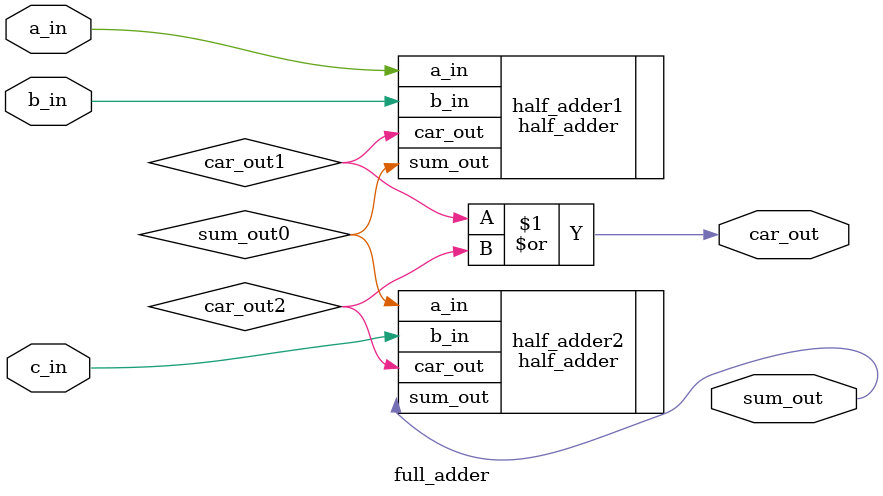
<source format=v>
`timescale 1ns / 1ps


module full_adder(
      input a_in,
      input b_in,
      input c_in,
      output sum_out,
      output car_out
    );
    
    wire sum_out0;
 wire car_out1;
 wire car_out2;
 
 
half_adder half_adder1(
            .a_in(a_in),
            .b_in(b_in),
            .car_out(car_out1),
            .sum_out(sum_out0)
            );
            
 half_adder half_adder2(
            .a_in(sum_out0),
            .b_in(c_in),
            .car_out(car_out2),
            .sum_out(sum_out)
            );  
    assign car_out = car_out1|car_out2; 
   
    
endmodule

</source>
